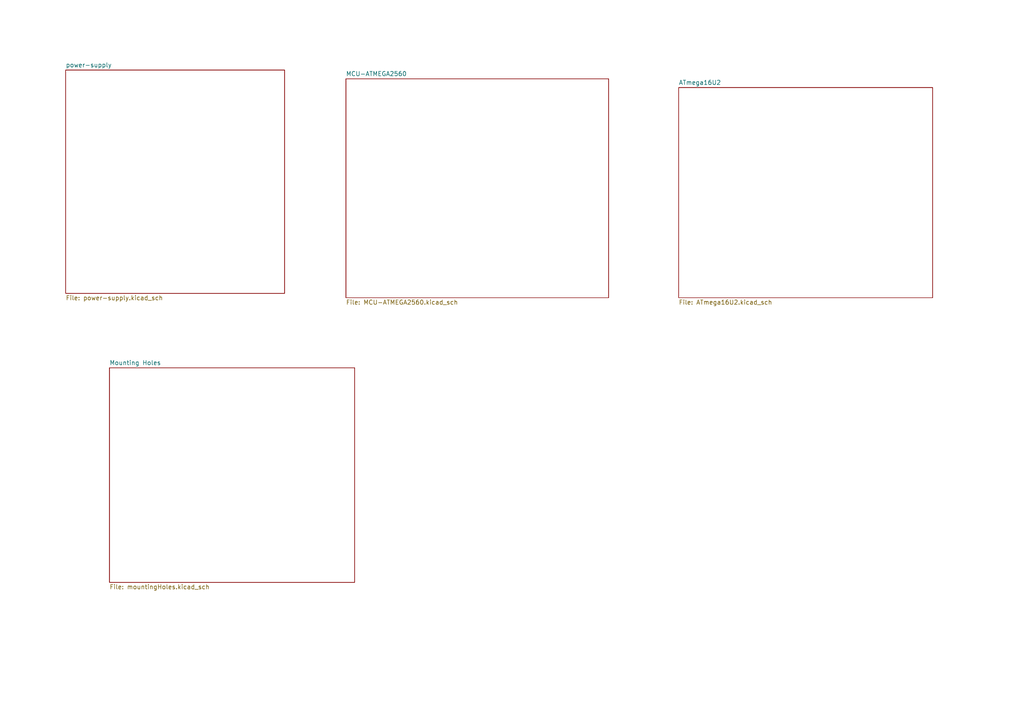
<source format=kicad_sch>
(kicad_sch
	(version 20231120)
	(generator "eeschema")
	(generator_version "8.0")
	(uuid "01593c05-32ee-43cc-9d3f-a6fed62a39f4")
	(paper "A4")
	(title_block
		(title "Arduino Mega 2560")
		(date "2024-07-08")
		(rev "0")
		(company "Geviton Enterprise Limited")
	)
	(lib_symbols)
	(sheet
		(at 31.75 106.68)
		(size 71.12 62.23)
		(fields_autoplaced yes)
		(stroke
			(width 0.1524)
			(type solid)
		)
		(fill
			(color 0 0 0 0.0000)
		)
		(uuid "0a7145a3-0ee0-45c1-ad79-b2107a4324b3")
		(property "Sheetname" "Mounting Holes"
			(at 31.75 105.9684 0)
			(effects
				(font
					(size 1.27 1.27)
				)
				(justify left bottom)
			)
		)
		(property "Sheetfile" "mountingHoles.kicad_sch"
			(at 31.75 169.4946 0)
			(effects
				(font
					(size 1.27 1.27)
				)
				(justify left top)
			)
		)
		(instances
			(project "arduino-mega-2560"
				(path "/01593c05-32ee-43cc-9d3f-a6fed62a39f4"
					(page "5")
				)
			)
		)
	)
	(sheet
		(at 196.85 25.4)
		(size 73.66 60.96)
		(fields_autoplaced yes)
		(stroke
			(width 0.1524)
			(type solid)
		)
		(fill
			(color 0 0 0 0.0000)
		)
		(uuid "b6f834a9-11ca-4a09-9cf4-5366685f0c51")
		(property "Sheetname" "ATmega16U2"
			(at 196.85 24.6884 0)
			(effects
				(font
					(size 1.27 1.27)
				)
				(justify left bottom)
			)
		)
		(property "Sheetfile" "ATmega16U2.kicad_sch"
			(at 196.85 86.9446 0)
			(effects
				(font
					(size 1.27 1.27)
				)
				(justify left top)
			)
		)
		(instances
			(project "arduino-mega-2560"
				(path "/01593c05-32ee-43cc-9d3f-a6fed62a39f4"
					(page "4")
				)
			)
		)
	)
	(sheet
		(at 100.33 22.86)
		(size 76.2 63.5)
		(fields_autoplaced yes)
		(stroke
			(width 0.1524)
			(type solid)
		)
		(fill
			(color 0 0 0 0.0000)
		)
		(uuid "f9bc6889-35cb-482b-9d74-3324f3dce8d7")
		(property "Sheetname" "MCU-ATMEGA2560"
			(at 100.33 22.1484 0)
			(effects
				(font
					(size 1.27 1.27)
				)
				(justify left bottom)
			)
		)
		(property "Sheetfile" "MCU-ATMEGA2560.kicad_sch"
			(at 100.33 86.9446 0)
			(effects
				(font
					(size 1.27 1.27)
				)
				(justify left top)
			)
		)
		(instances
			(project "arduino-mega-2560"
				(path "/01593c05-32ee-43cc-9d3f-a6fed62a39f4"
					(page "3")
				)
			)
		)
	)
	(sheet
		(at 19.05 20.32)
		(size 63.5 64.77)
		(fields_autoplaced yes)
		(stroke
			(width 0.1524)
			(type solid)
		)
		(fill
			(color 0 0 0 0.0000)
		)
		(uuid "fa0a716f-64bc-4849-b74e-8fb50e8d1155")
		(property "Sheetname" "power-supply"
			(at 19.05 19.6084 0)
			(effects
				(font
					(size 1.27 1.27)
				)
				(justify left bottom)
			)
		)
		(property "Sheetfile" "power-supply.kicad_sch"
			(at 19.05 85.6746 0)
			(effects
				(font
					(size 1.27 1.27)
				)
				(justify left top)
			)
		)
		(instances
			(project "arduino-mega-2560"
				(path "/01593c05-32ee-43cc-9d3f-a6fed62a39f4"
					(page "2")
				)
			)
		)
	)
	(sheet_instances
		(path "/"
			(page "1")
		)
	)
)

</source>
